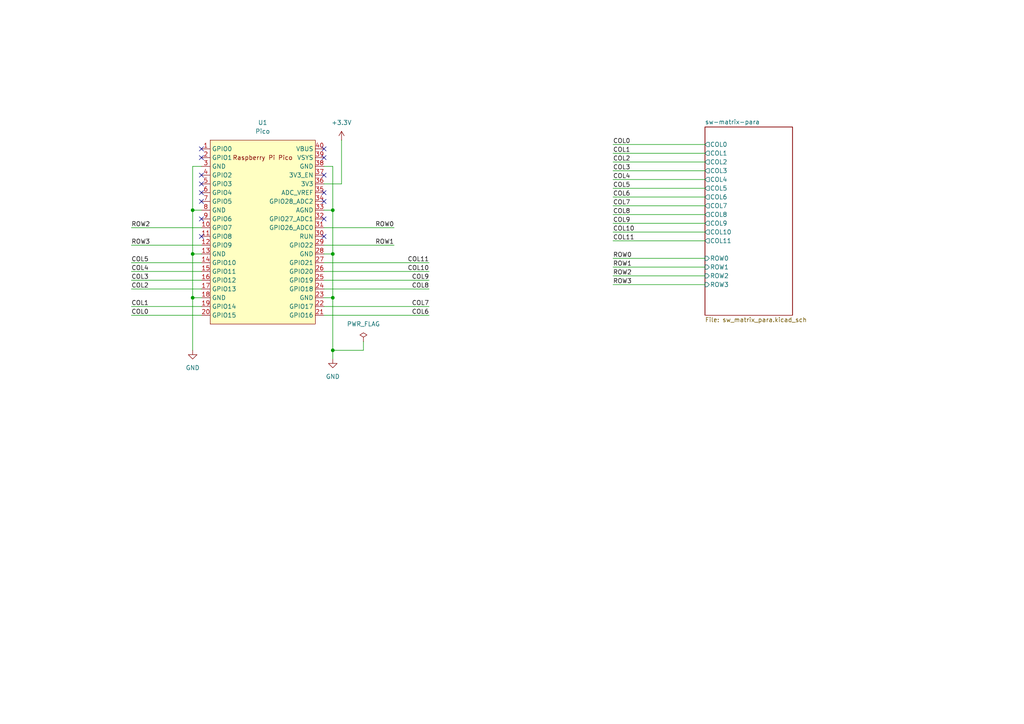
<source format=kicad_sch>
(kicad_sch (version 20231120) (generator "eeschema") (generator_version "8.0")
  (paper "A4")
  (lib_symbols
    (symbol "my_pico:my_pico_no_dbg"
      (property "Reference" "U" (at -13.97 27.94 0))
      (property "Value" "Pico" (at 0 19.05 0))
      (symbol "my_pico_no_dbg_0_0"
        (text "Raspberry Pi Pico" (at 0 21.59 0) (effects (font (size 1.27 1.27))))
      )
      (symbol "my_pico_no_dbg_0_1"
        (rectangle (start -15.24 26.67) (end 15.24 -26.67) (fill (type background)))
      )
      (symbol "my_pico_no_dbg_1_1"
        (pin bidirectional line (at -17.78 24.13 0) (length 2.54) (name "GPIO0") (number "1"))
        (pin bidirectional line (at -17.78 1.27 0) (length 2.54) (name "GPIO7") (number "10"))
        (pin bidirectional line (at -17.78 -1.27 0) (length 2.54) (name "GPIO8") (number "11"))
        (pin bidirectional line (at -17.78 -3.81 0) (length 2.54) (name "GPIO9") (number "12"))
        (pin power_in line (at -17.78 -6.35 0) (length 2.54) (name "GND") (number "13"))
        (pin bidirectional line (at -17.78 -8.89 0) (length 2.54) (name "GPIO10") (number "14"))
        (pin bidirectional line (at -17.78 -11.43 0) (length 2.54) (name "GPIO11") (number "15"))
        (pin bidirectional line (at -17.78 -13.97 0) (length 2.54) (name "GPIO12") (number "16"))
        (pin bidirectional line (at -17.78 -16.51 0) (length 2.54) (name "GPIO13") (number "17"))
        (pin power_in line (at -17.78 -19.05 0) (length 2.54) (name "GND") (number "18"))
        (pin bidirectional line (at -17.78 -21.59 0) (length 2.54) (name "GPIO14") (number "19"))
        (pin bidirectional line (at -17.78 21.59 0) (length 2.54) (name "GPIO1") (number "2"))
        (pin bidirectional line (at -17.78 -24.13 0) (length 2.54) (name "GPIO15") (number "20"))
        (pin bidirectional line (at 17.78 -24.13 180) (length 2.54) (name "GPIO16") (number "21"))
        (pin bidirectional line (at 17.78 -21.59 180) (length 2.54) (name "GPIO17") (number "22"))
        (pin power_in line (at 17.78 -19.05 180) (length 2.54) (name "GND") (number "23"))
        (pin bidirectional line (at 17.78 -16.51 180) (length 2.54) (name "GPIO18") (number "24"))
        (pin bidirectional line (at 17.78 -13.97 180) (length 2.54) (name "GPIO19") (number "25"))
        (pin bidirectional line (at 17.78 -11.43 180) (length 2.54) (name "GPIO20") (number "26"))
        (pin bidirectional line (at 17.78 -8.89 180) (length 2.54) (name "GPIO21") (number "27"))
        (pin power_in line (at 17.78 -6.35 180) (length 2.54) (name "GND") (number "28"))
        (pin bidirectional line (at 17.78 -3.81 180) (length 2.54) (name "GPIO22") (number "29"))
        (pin power_in line (at -17.78 19.05 0) (length 2.54) (name "GND") (number "3"))
        (pin input line (at 17.78 -1.27 180) (length 2.54) (name "RUN") (number "30"))
        (pin bidirectional line (at 17.78 1.27 180) (length 2.54) (name "GPIO26_ADC0") (number "31"))
        (pin bidirectional line (at 17.78 3.81 180) (length 2.54) (name "GPIO27_ADC1") (number "32"))
        (pin power_in line (at 17.78 6.35 180) (length 2.54) (name "AGND") (number "33"))
        (pin bidirectional line (at 17.78 8.89 180) (length 2.54) (name "GPIO28_ADC2") (number "34"))
        (pin power_in line (at 17.78 11.43 180) (length 2.54) (name "ADC_VREF") (number "35"))
        (pin power_out line (at 17.78 13.97 180) (length 2.54) (name "3V3") (number "36"))
        (pin input line (at 17.78 16.51 180) (length 2.54) (name "3V3_EN") (number "37"))
        (pin power_in line (at 17.78 19.05 180) (length 2.54) (name "GND") (number "38"))
        (pin power_in line (at 17.78 21.59 180) (length 2.54) (name "VSYS") (number "39"))
        (pin bidirectional line (at -17.78 16.51 0) (length 2.54) (name "GPIO2") (number "4"))
        (pin power_in line (at 17.78 24.13 180) (length 2.54) (name "VBUS") (number "40"))
        (pin bidirectional line (at -17.78 13.97 0) (length 2.54) (name "GPIO3") (number "5"))
        (pin bidirectional line (at -17.78 11.43 0) (length 2.54) (name "GPIO4") (number "6"))
        (pin bidirectional line (at -17.78 8.89 0) (length 2.54) (name "GPIO5") (number "7"))
        (pin power_in line (at -17.78 6.35 0) (length 2.54) (name "GND") (number "8"))
        (pin bidirectional line (at -17.78 3.81 0) (length 2.54) (name "GPIO6") (number "9"))
      )
    )
    (symbol "power:+3.3V" (power) (pin_numbers hide) (pin_names (offset 0) hide)
      (property "Value" "+3.3V" (at 0 3.556 0))
      (symbol "+3.3V_0_1"
        (polyline (pts (xy -0.762 1.27) (xy 0 2.54)))
        (polyline (pts (xy 0 0) (xy 0 2.54)))
        (polyline (pts (xy 0 2.54) (xy 0.762 1.27)))
      )
      (symbol "+3.3V_1_1"
        (pin power_in line (at 0 0 90) (length 0) (name "~") (number "1"))
      )
    )
    (symbol "power:GND" (power) (pin_numbers hide) (pin_names (offset 0) hide)
      (property "Value" "GND" (at 0 -3.81 0))
      (symbol "GND_0_1"
        (polyline (pts (xy 0 0) (xy 0 -1.27) (xy 1.27 -1.27) (xy 0 -2.54) (xy -1.27 -1.27) (xy 0 -1.27)))
      )
      (symbol "GND_1_1"
        (pin power_in line (at 0 0 270) (length 0) (name "~") (number "1"))
      )
    )
    (symbol "power:PWR_FLAG" (power) (pin_numbers hide) (pin_names (offset 0) hide)
      (property "Value" "PWR_FLAG" (at 0 3.81 0))
      (symbol "PWR_FLAG_0_0"
        (pin power_out line (at 0 0 90) (length 0) (name "~") (number "1"))
      )
      (symbol "PWR_FLAG_0_1"
        (polyline (pts (xy 0 0) (xy 0 1.27) (xy -1.016 1.905) (xy 0 2.54) (xy 1.016 1.905) (xy 0 1.27)))
      )
    )
  )
  (junction (at 55.88 86.36))
  (junction (at 55.88 60.96))
  (junction (at 55.88 73.66))
  (junction (at 96.52 101.6))
  (junction (at 96.52 86.36))
  (junction (at 96.52 73.66))
  (junction (at 96.52 60.96))
  (no_connect (at 58.42 68.58))
  (no_connect (at 58.42 55.88))
  (no_connect (at 93.98 63.5))
  (no_connect (at 58.42 43.18))
  (no_connect (at 58.42 45.72))
  (no_connect (at 58.42 58.42))
  (no_connect (at 93.98 58.42))
  (no_connect (at 93.98 43.18))
  (no_connect (at 58.42 63.5))
  (no_connect (at 93.98 55.88))
  (no_connect (at 93.98 45.72))
  (no_connect (at 93.98 68.58))
  (no_connect (at 58.42 50.8))
  (no_connect (at 93.98 50.8))
  (no_connect (at 58.42 53.34))
  (wire (pts (xy 93.98 66.04) (xy 114.3 66.04)))
  (wire (pts (xy 93.98 53.34) (xy 99.06 53.34)))
  (wire (pts (xy 55.88 60.96) (xy 55.88 73.66)))
  (wire (pts (xy 38.1 81.28) (xy 58.42 81.28)))
  (wire (pts (xy 177.8 62.23) (xy 204.47 62.23)))
  (wire (pts (xy 55.88 73.66) (xy 55.88 86.36)))
  (wire (pts (xy 93.98 81.28) (xy 124.46 81.28)))
  (wire (pts (xy 177.8 49.53) (xy 204.47 49.53)))
  (wire (pts (xy 177.8 57.15) (xy 204.47 57.15)))
  (wire (pts (xy 96.52 101.6) (xy 105.41 101.6)))
  (wire (pts (xy 93.98 88.9) (xy 124.46 88.9)))
  (wire (pts (xy 55.88 86.36) (xy 58.42 86.36)))
  (wire (pts (xy 177.8 59.69) (xy 204.47 59.69)))
  (wire (pts (xy 38.1 91.44) (xy 58.42 91.44)))
  (wire (pts (xy 177.8 41.91) (xy 204.47 41.91)))
  (wire (pts (xy 93.98 73.66) (xy 96.52 73.66)))
  (wire (pts (xy 177.8 44.45) (xy 204.47 44.45)))
  (wire (pts (xy 177.8 46.99) (xy 204.47 46.99)))
  (wire (pts (xy 38.1 76.2) (xy 58.42 76.2)))
  (wire (pts (xy 96.52 86.36) (xy 96.52 101.6)))
  (wire (pts (xy 105.41 99.06) (xy 105.41 101.6)))
  (wire (pts (xy 96.52 48.26) (xy 96.52 60.96)))
  (wire (pts (xy 93.98 48.26) (xy 96.52 48.26)))
  (wire (pts (xy 55.88 60.96) (xy 58.42 60.96)))
  (wire (pts (xy 93.98 91.44) (xy 124.46 91.44)))
  (wire (pts (xy 177.8 77.47) (xy 204.47 77.47)))
  (wire (pts (xy 99.06 40.64) (xy 99.06 53.34)))
  (wire (pts (xy 93.98 71.12) (xy 114.3 71.12)))
  (wire (pts (xy 177.8 74.93) (xy 204.47 74.93)))
  (wire (pts (xy 38.1 78.74) (xy 58.42 78.74)))
  (wire (pts (xy 93.98 78.74) (xy 124.46 78.74)))
  (wire (pts (xy 177.8 67.31) (xy 204.47 67.31)))
  (wire (pts (xy 93.98 86.36) (xy 96.52 86.36)))
  (wire (pts (xy 58.42 48.26) (xy 55.88 48.26)))
  (wire (pts (xy 177.8 52.07) (xy 204.47 52.07)))
  (wire (pts (xy 38.1 88.9) (xy 58.42 88.9)))
  (wire (pts (xy 177.8 82.55) (xy 204.47 82.55)))
  (wire (pts (xy 55.88 73.66) (xy 58.42 73.66)))
  (wire (pts (xy 177.8 80.01) (xy 204.47 80.01)))
  (wire (pts (xy 38.1 71.12) (xy 58.42 71.12)))
  (wire (pts (xy 96.52 73.66) (xy 96.52 86.36)))
  (wire (pts (xy 93.98 60.96) (xy 96.52 60.96)))
  (wire (pts (xy 96.52 60.96) (xy 96.52 73.66)))
  (wire (pts (xy 177.8 69.85) (xy 204.47 69.85)))
  (wire (pts (xy 177.8 64.77) (xy 204.47 64.77)))
  (wire (pts (xy 93.98 76.2) (xy 124.46 76.2)))
  (wire (pts (xy 55.88 48.26) (xy 55.88 60.96)))
  (wire (pts (xy 38.1 83.82) (xy 58.42 83.82)))
  (wire (pts (xy 55.88 86.36) (xy 55.88 101.6)))
  (wire (pts (xy 177.8 54.61) (xy 204.47 54.61)))
  (wire (pts (xy 38.1 66.04) (xy 58.42 66.04)))
  (wire (pts (xy 93.98 83.82) (xy 124.46 83.82)))
  (wire (pts (xy 96.52 101.6) (xy 96.52 104.14)))
  (label "COL5" (at 177.8 54.61 0))
  (label "ROW3" (at 177.8 82.55 0))
  (label "COL9" (at 124.46 81.28 180))
  (label "COL11" (at 177.8 69.85 0))
  (label "COL5" (at 38.1 76.2 0))
  (label "ROW2" (at 177.8 80.01 0))
  (label "COL8" (at 124.46 83.82 180))
  (label "COL10" (at 124.46 78.74 180))
  (label "COL11" (at 124.46 76.2 180))
  (label "ROW3" (at 38.1 71.12 0))
  (label "ROW0" (at 114.3 66.04 180))
  (label "ROW1" (at 114.3 71.12 180))
  (label "COL7" (at 124.46 88.9 180))
  (label "COL4" (at 38.1 78.74 0))
  (label "COL1" (at 177.8 44.45 0))
  (label "COL6" (at 124.46 91.44 180))
  (label "COL1" (at 38.1 88.9 0))
  (label "ROW2" (at 38.1 66.04 0))
  (label "COL9" (at 177.8 64.77 0))
  (label "COL2" (at 38.1 83.82 0))
  (label "COL7" (at 177.8 59.69 0))
  (label "COL3" (at 38.1 81.28 0))
  (label "COL10" (at 177.8 67.31 0))
  (label "ROW0" (at 177.8 74.93 0))
  (label "COL4" (at 177.8 52.07 0))
  (label "COL2" (at 177.8 46.99 0))
  (label "COL0" (at 177.8 41.91 0))
  (label "COL3" (at 177.8 49.53 0))
  (label "COL0" (at 38.1 91.44 0))
  (label "COL8" (at 177.8 62.23 0))
  (label "COL6" (at 177.8 57.15 0))
  (label "ROW1" (at 177.8 77.47 0))
  (symbol (lib_id "power:GND") (at 55.88 101.6 0) (unit 1)
    (property "Reference" "#PWR03" (effects (hide yes)))
    (property "Value" "GND" (at 55.88 106.68 0))
    (property "Description" "Power symbol creates a global label with name \"GND\" , ground" (effects (hide yes)))
  )
  (symbol (lib_id "power:GND") (at 96.52 104.14 0) (unit 1)
    (property "Reference" "#PWR04" (effects (hide yes)))
    (property "Value" "GND" (at 96.52 109.22 0))
    (property "Description" "Power symbol creates a global label with name \"GND\" , ground" (effects (hide yes)))
  )
  (symbol (lib_id "my_pico:my_pico_no_dbg") (at 76.2 67.31 0) (unit 1)
    (property "Reference" "U1" (at 76.2 35.56 0))
    (property "Value" "Pico" (at 76.2 38.1 0))
    (property "Footprint" "my_pico:pico_no_dbg_th_p0.85" (effects (hide yes)))
  )
  (symbol (lib_id "power:+3.3V") (at 99.06 40.64 0) (unit 1)
    (property "Reference" "#PWR01" (effects (hide yes)))
    (property "Value" "+3.3V" (at 99.06 35.56 0))
    (property "Description" "Power symbol creates a global label with name \"+3.3V\"" (effects (hide yes)))
  )
  (symbol (lib_id "power:PWR_FLAG") (at 105.41 99.06 0) (unit 1)
    (property "Reference" "#FLG02" (effects (hide yes)))
    (property "Value" "PWR_FLAG" (at 105.41 93.98 0))
    (property "Description" "Special symbol for telling ERC where power comes from" (effects (hide yes)))
  )
  (sheet (at 204.47 36.83) (size 25.4 54.61) (stroke (width 0.1524))
    (property "Sheetname" "sw-matrix-para" (at 204.47 36.1184 0) (effects (justify left bottom)))
    (property "Sheetfile" "sw_matrix_para.kicad_sch" (at 204.47 92.0246 0) (effects (justify left top)))
    (pin "COL1" output (at 204.47 44.45 180))
    (pin "COL2" output (at 204.47 46.99 180))
    (pin "COL0" output (at 204.47 41.91 180))
    (pin "ROW0" input (at 204.47 74.93 180))
    (pin "ROW1" input (at 204.47 77.47 180))
    (pin "ROW2" input (at 204.47 80.01 180))
    (pin "ROW3" input (at 204.47 82.55 180))
    (pin "COL4" output (at 204.47 52.07 180))
    (pin "COL3" output (at 204.47 49.53 180))
    (pin "COL8" output (at 204.47 62.23 180))
    (pin "COL9" output (at 204.47 64.77 180))
    (pin "COL11" output (at 204.47 69.85 180))
    (pin "COL10" output (at 204.47 67.31 180))
    (pin "COL7" output (at 204.47 59.69 180))
    (pin "COL6" output (at 204.47 57.15 180))
    (pin "COL5" output (at 204.47 54.61 180))
  )
)
</source>
